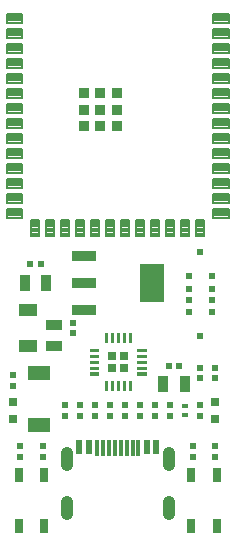
<source format=gtp>
G75*
%MOIN*%
%OFA0B0*%
%FSLAX25Y25*%
%IPPOS*%
%LPD*%
%AMOC8*
5,1,8,0,0,1.08239X$1,22.5*
%
%ADD10R,0.02362X0.05118*%
%ADD11R,0.01181X0.05709*%
%ADD12C,0.04134*%
%ADD13R,0.02559X0.04724*%
%ADD14C,0.00246*%
%ADD15R,0.02953X0.02953*%
%ADD16R,0.08465X0.03740*%
%ADD17R,0.08465X0.12795*%
%ADD18R,0.02441X0.02441*%
%ADD19R,0.03543X0.05512*%
%ADD20R,0.07480X0.04724*%
%ADD21R,0.06299X0.03937*%
%ADD22R,0.05512X0.03543*%
%ADD23R,0.03150X0.03150*%
%ADD24R,0.01969X0.01575*%
%ADD25R,0.01969X0.02362*%
%ADD26C,0.00780*%
%ADD27R,0.03543X0.03543*%
D10*
X0041505Y0034066D03*
X0044654Y0034066D03*
X0063946Y0034066D03*
X0067095Y0034066D03*
D11*
X0061190Y0033770D03*
X0059221Y0033770D03*
X0057253Y0033770D03*
X0055284Y0033770D03*
X0053316Y0033770D03*
X0051347Y0033770D03*
X0049379Y0033770D03*
X0047410Y0033770D03*
D12*
X0037292Y0032240D02*
X0037292Y0028106D01*
X0037292Y0015778D02*
X0037292Y0011644D01*
X0071308Y0011644D02*
X0071308Y0015778D01*
X0071308Y0028106D02*
X0071308Y0032240D01*
D13*
X0021318Y0007835D03*
X0029782Y0007835D03*
X0029782Y0024765D03*
X0021318Y0024765D03*
X0078818Y0024765D03*
X0087282Y0024765D03*
X0087282Y0007835D03*
X0078818Y0007835D03*
D14*
X0058606Y0053126D02*
X0058606Y0056030D01*
X0058606Y0053126D02*
X0057868Y0053126D01*
X0057868Y0056030D01*
X0058606Y0056030D01*
X0058606Y0053371D02*
X0057868Y0053371D01*
X0057868Y0053616D02*
X0058606Y0053616D01*
X0058606Y0053861D02*
X0057868Y0053861D01*
X0057868Y0054106D02*
X0058606Y0054106D01*
X0058606Y0054351D02*
X0057868Y0054351D01*
X0057868Y0054596D02*
X0058606Y0054596D01*
X0058606Y0054841D02*
X0057868Y0054841D01*
X0057868Y0055086D02*
X0058606Y0055086D01*
X0058606Y0055331D02*
X0057868Y0055331D01*
X0057868Y0055576D02*
X0058606Y0055576D01*
X0058606Y0055821D02*
X0057868Y0055821D01*
X0056638Y0056030D02*
X0056638Y0053126D01*
X0055900Y0053126D01*
X0055900Y0056030D01*
X0056638Y0056030D01*
X0056638Y0053371D02*
X0055900Y0053371D01*
X0055900Y0053616D02*
X0056638Y0053616D01*
X0056638Y0053861D02*
X0055900Y0053861D01*
X0055900Y0054106D02*
X0056638Y0054106D01*
X0056638Y0054351D02*
X0055900Y0054351D01*
X0055900Y0054596D02*
X0056638Y0054596D01*
X0056638Y0054841D02*
X0055900Y0054841D01*
X0055900Y0055086D02*
X0056638Y0055086D01*
X0056638Y0055331D02*
X0055900Y0055331D01*
X0055900Y0055576D02*
X0056638Y0055576D01*
X0056638Y0055821D02*
X0055900Y0055821D01*
X0054669Y0056030D02*
X0054669Y0053126D01*
X0053931Y0053126D01*
X0053931Y0056030D01*
X0054669Y0056030D01*
X0054669Y0053371D02*
X0053931Y0053371D01*
X0053931Y0053616D02*
X0054669Y0053616D01*
X0054669Y0053861D02*
X0053931Y0053861D01*
X0053931Y0054106D02*
X0054669Y0054106D01*
X0054669Y0054351D02*
X0053931Y0054351D01*
X0053931Y0054596D02*
X0054669Y0054596D01*
X0054669Y0054841D02*
X0053931Y0054841D01*
X0053931Y0055086D02*
X0054669Y0055086D01*
X0054669Y0055331D02*
X0053931Y0055331D01*
X0053931Y0055576D02*
X0054669Y0055576D01*
X0054669Y0055821D02*
X0053931Y0055821D01*
X0052700Y0056030D02*
X0052700Y0053126D01*
X0051962Y0053126D01*
X0051962Y0056030D01*
X0052700Y0056030D01*
X0052700Y0053371D02*
X0051962Y0053371D01*
X0051962Y0053616D02*
X0052700Y0053616D01*
X0052700Y0053861D02*
X0051962Y0053861D01*
X0051962Y0054106D02*
X0052700Y0054106D01*
X0052700Y0054351D02*
X0051962Y0054351D01*
X0051962Y0054596D02*
X0052700Y0054596D01*
X0052700Y0054841D02*
X0051962Y0054841D01*
X0051962Y0055086D02*
X0052700Y0055086D01*
X0052700Y0055331D02*
X0051962Y0055331D01*
X0051962Y0055576D02*
X0052700Y0055576D01*
X0052700Y0055821D02*
X0051962Y0055821D01*
X0050732Y0056030D02*
X0050732Y0053126D01*
X0049994Y0053126D01*
X0049994Y0056030D01*
X0050732Y0056030D01*
X0050732Y0053371D02*
X0049994Y0053371D01*
X0049994Y0053616D02*
X0050732Y0053616D01*
X0050732Y0053861D02*
X0049994Y0053861D01*
X0049994Y0054106D02*
X0050732Y0054106D01*
X0050732Y0054351D02*
X0049994Y0054351D01*
X0049994Y0054596D02*
X0050732Y0054596D01*
X0050732Y0054841D02*
X0049994Y0054841D01*
X0049994Y0055086D02*
X0050732Y0055086D01*
X0050732Y0055331D02*
X0049994Y0055331D01*
X0049994Y0055576D02*
X0050732Y0055576D01*
X0050732Y0055821D02*
X0049994Y0055821D01*
X0047780Y0058244D02*
X0044876Y0058244D01*
X0044876Y0058982D01*
X0047780Y0058982D01*
X0047780Y0058244D01*
X0047780Y0058489D02*
X0044876Y0058489D01*
X0044876Y0058734D02*
X0047780Y0058734D01*
X0047780Y0058979D02*
X0044876Y0058979D01*
X0044876Y0060212D02*
X0047780Y0060212D01*
X0044876Y0060212D02*
X0044876Y0060950D01*
X0047780Y0060950D01*
X0047780Y0060212D01*
X0047780Y0060457D02*
X0044876Y0060457D01*
X0044876Y0060702D02*
X0047780Y0060702D01*
X0047780Y0060947D02*
X0044876Y0060947D01*
X0044876Y0062181D02*
X0047780Y0062181D01*
X0044876Y0062181D02*
X0044876Y0062919D01*
X0047780Y0062919D01*
X0047780Y0062181D01*
X0047780Y0062426D02*
X0044876Y0062426D01*
X0044876Y0062671D02*
X0047780Y0062671D01*
X0047780Y0062916D02*
X0044876Y0062916D01*
X0044876Y0064150D02*
X0047780Y0064150D01*
X0044876Y0064150D02*
X0044876Y0064888D01*
X0047780Y0064888D01*
X0047780Y0064150D01*
X0047780Y0064395D02*
X0044876Y0064395D01*
X0044876Y0064640D02*
X0047780Y0064640D01*
X0047780Y0064885D02*
X0044876Y0064885D01*
X0044876Y0066118D02*
X0047780Y0066118D01*
X0044876Y0066118D02*
X0044876Y0066856D01*
X0047780Y0066856D01*
X0047780Y0066118D01*
X0047780Y0066363D02*
X0044876Y0066363D01*
X0044876Y0066608D02*
X0047780Y0066608D01*
X0047780Y0066853D02*
X0044876Y0066853D01*
X0050732Y0069070D02*
X0050732Y0071974D01*
X0050732Y0069070D02*
X0049994Y0069070D01*
X0049994Y0071974D01*
X0050732Y0071974D01*
X0050732Y0069315D02*
X0049994Y0069315D01*
X0049994Y0069560D02*
X0050732Y0069560D01*
X0050732Y0069805D02*
X0049994Y0069805D01*
X0049994Y0070050D02*
X0050732Y0070050D01*
X0050732Y0070295D02*
X0049994Y0070295D01*
X0049994Y0070540D02*
X0050732Y0070540D01*
X0050732Y0070785D02*
X0049994Y0070785D01*
X0049994Y0071030D02*
X0050732Y0071030D01*
X0050732Y0071275D02*
X0049994Y0071275D01*
X0049994Y0071520D02*
X0050732Y0071520D01*
X0050732Y0071765D02*
X0049994Y0071765D01*
X0052700Y0071974D02*
X0052700Y0069070D01*
X0051962Y0069070D01*
X0051962Y0071974D01*
X0052700Y0071974D01*
X0052700Y0069315D02*
X0051962Y0069315D01*
X0051962Y0069560D02*
X0052700Y0069560D01*
X0052700Y0069805D02*
X0051962Y0069805D01*
X0051962Y0070050D02*
X0052700Y0070050D01*
X0052700Y0070295D02*
X0051962Y0070295D01*
X0051962Y0070540D02*
X0052700Y0070540D01*
X0052700Y0070785D02*
X0051962Y0070785D01*
X0051962Y0071030D02*
X0052700Y0071030D01*
X0052700Y0071275D02*
X0051962Y0071275D01*
X0051962Y0071520D02*
X0052700Y0071520D01*
X0052700Y0071765D02*
X0051962Y0071765D01*
X0054669Y0071974D02*
X0054669Y0069070D01*
X0053931Y0069070D01*
X0053931Y0071974D01*
X0054669Y0071974D01*
X0054669Y0069315D02*
X0053931Y0069315D01*
X0053931Y0069560D02*
X0054669Y0069560D01*
X0054669Y0069805D02*
X0053931Y0069805D01*
X0053931Y0070050D02*
X0054669Y0070050D01*
X0054669Y0070295D02*
X0053931Y0070295D01*
X0053931Y0070540D02*
X0054669Y0070540D01*
X0054669Y0070785D02*
X0053931Y0070785D01*
X0053931Y0071030D02*
X0054669Y0071030D01*
X0054669Y0071275D02*
X0053931Y0071275D01*
X0053931Y0071520D02*
X0054669Y0071520D01*
X0054669Y0071765D02*
X0053931Y0071765D01*
X0056638Y0071974D02*
X0056638Y0069070D01*
X0055900Y0069070D01*
X0055900Y0071974D01*
X0056638Y0071974D01*
X0056638Y0069315D02*
X0055900Y0069315D01*
X0055900Y0069560D02*
X0056638Y0069560D01*
X0056638Y0069805D02*
X0055900Y0069805D01*
X0055900Y0070050D02*
X0056638Y0070050D01*
X0056638Y0070295D02*
X0055900Y0070295D01*
X0055900Y0070540D02*
X0056638Y0070540D01*
X0056638Y0070785D02*
X0055900Y0070785D01*
X0055900Y0071030D02*
X0056638Y0071030D01*
X0056638Y0071275D02*
X0055900Y0071275D01*
X0055900Y0071520D02*
X0056638Y0071520D01*
X0056638Y0071765D02*
X0055900Y0071765D01*
X0058606Y0071974D02*
X0058606Y0069070D01*
X0057868Y0069070D01*
X0057868Y0071974D01*
X0058606Y0071974D01*
X0058606Y0069315D02*
X0057868Y0069315D01*
X0057868Y0069560D02*
X0058606Y0069560D01*
X0058606Y0069805D02*
X0057868Y0069805D01*
X0057868Y0070050D02*
X0058606Y0070050D01*
X0058606Y0070295D02*
X0057868Y0070295D01*
X0057868Y0070540D02*
X0058606Y0070540D01*
X0058606Y0070785D02*
X0057868Y0070785D01*
X0057868Y0071030D02*
X0058606Y0071030D01*
X0058606Y0071275D02*
X0057868Y0071275D01*
X0057868Y0071520D02*
X0058606Y0071520D01*
X0058606Y0071765D02*
X0057868Y0071765D01*
X0060820Y0066118D02*
X0063724Y0066118D01*
X0060820Y0066118D02*
X0060820Y0066856D01*
X0063724Y0066856D01*
X0063724Y0066118D01*
X0063724Y0066363D02*
X0060820Y0066363D01*
X0060820Y0066608D02*
X0063724Y0066608D01*
X0063724Y0066853D02*
X0060820Y0066853D01*
X0060820Y0064150D02*
X0063724Y0064150D01*
X0060820Y0064150D02*
X0060820Y0064888D01*
X0063724Y0064888D01*
X0063724Y0064150D01*
X0063724Y0064395D02*
X0060820Y0064395D01*
X0060820Y0064640D02*
X0063724Y0064640D01*
X0063724Y0064885D02*
X0060820Y0064885D01*
X0060820Y0062181D02*
X0063724Y0062181D01*
X0060820Y0062181D02*
X0060820Y0062919D01*
X0063724Y0062919D01*
X0063724Y0062181D01*
X0063724Y0062426D02*
X0060820Y0062426D01*
X0060820Y0062671D02*
X0063724Y0062671D01*
X0063724Y0062916D02*
X0060820Y0062916D01*
X0060820Y0060212D02*
X0063724Y0060212D01*
X0060820Y0060212D02*
X0060820Y0060950D01*
X0063724Y0060950D01*
X0063724Y0060212D01*
X0063724Y0060457D02*
X0060820Y0060457D01*
X0060820Y0060702D02*
X0063724Y0060702D01*
X0063724Y0060947D02*
X0060820Y0060947D01*
X0060820Y0058244D02*
X0063724Y0058244D01*
X0060820Y0058244D02*
X0060820Y0058982D01*
X0063724Y0058982D01*
X0063724Y0058244D01*
X0063724Y0058489D02*
X0060820Y0058489D01*
X0060820Y0058734D02*
X0063724Y0058734D01*
X0063724Y0058979D02*
X0060820Y0058979D01*
D15*
X0056269Y0060581D03*
X0056269Y0064519D03*
X0052331Y0064519D03*
X0052331Y0060581D03*
D16*
X0042883Y0079745D03*
X0042883Y0088800D03*
X0042883Y0097855D03*
D17*
X0065717Y0088800D03*
D18*
X0078050Y0086822D03*
X0078050Y0083278D03*
X0085550Y0083278D03*
X0085550Y0086822D03*
X0074822Y0061300D03*
X0071278Y0061300D03*
X0071800Y0048072D03*
X0071800Y0044528D03*
X0066800Y0044528D03*
X0066800Y0048072D03*
X0061800Y0048072D03*
X0061800Y0044528D03*
X0056800Y0044528D03*
X0056800Y0048072D03*
X0051800Y0048072D03*
X0051800Y0044528D03*
X0046800Y0044528D03*
X0046800Y0048072D03*
X0041800Y0048072D03*
X0041800Y0044528D03*
X0036800Y0044528D03*
X0036800Y0048072D03*
X0029300Y0034322D03*
X0029300Y0030778D03*
X0021800Y0030778D03*
X0021800Y0034322D03*
X0019300Y0054528D03*
X0019300Y0058072D03*
X0025028Y0095050D03*
X0028572Y0095050D03*
X0039300Y0075572D03*
X0039300Y0072028D03*
X0079300Y0034322D03*
X0079300Y0030778D03*
X0086800Y0030778D03*
X0086800Y0034322D03*
X0081800Y0044528D03*
X0081800Y0048072D03*
X0081800Y0057028D03*
X0081800Y0060572D03*
X0086800Y0060572D03*
X0086800Y0057028D03*
D19*
X0076593Y0055050D03*
X0069507Y0055050D03*
X0030343Y0088800D03*
X0023257Y0088800D03*
D20*
X0028050Y0058711D03*
X0028050Y0041389D03*
D21*
X0024300Y0067894D03*
X0024300Y0079706D03*
D22*
X0033050Y0074843D03*
X0033050Y0067757D03*
D23*
X0019300Y0049253D03*
X0019300Y0043347D03*
X0086800Y0043347D03*
X0086800Y0049253D03*
D24*
X0076800Y0047875D03*
X0076800Y0044725D03*
D25*
X0081800Y0071113D03*
X0078060Y0078987D03*
X0078060Y0091113D03*
X0081800Y0098987D03*
X0085540Y0091113D03*
X0085540Y0078987D03*
D26*
X0083181Y0104524D02*
X0083181Y0109650D01*
X0083181Y0104524D02*
X0080419Y0104524D01*
X0080419Y0109650D01*
X0083181Y0109650D01*
X0083181Y0105303D02*
X0080419Y0105303D01*
X0080419Y0106082D02*
X0083181Y0106082D01*
X0083181Y0106861D02*
X0080419Y0106861D01*
X0080419Y0107640D02*
X0083181Y0107640D01*
X0083181Y0108419D02*
X0080419Y0108419D01*
X0080419Y0109198D02*
X0083181Y0109198D01*
X0086186Y0113390D02*
X0091312Y0113390D01*
X0091312Y0110628D01*
X0086186Y0110628D01*
X0086186Y0113390D01*
X0086186Y0111407D02*
X0091312Y0111407D01*
X0091312Y0112186D02*
X0086186Y0112186D01*
X0086186Y0112965D02*
X0091312Y0112965D01*
X0091312Y0118390D02*
X0086186Y0118390D01*
X0091312Y0118390D02*
X0091312Y0115628D01*
X0086186Y0115628D01*
X0086186Y0118390D01*
X0086186Y0116407D02*
X0091312Y0116407D01*
X0091312Y0117186D02*
X0086186Y0117186D01*
X0086186Y0117965D02*
X0091312Y0117965D01*
X0091312Y0123390D02*
X0086186Y0123390D01*
X0091312Y0123390D02*
X0091312Y0120628D01*
X0086186Y0120628D01*
X0086186Y0123390D01*
X0086186Y0121407D02*
X0091312Y0121407D01*
X0091312Y0122186D02*
X0086186Y0122186D01*
X0086186Y0122965D02*
X0091312Y0122965D01*
X0091312Y0128390D02*
X0086186Y0128390D01*
X0091312Y0128390D02*
X0091312Y0125628D01*
X0086186Y0125628D01*
X0086186Y0128390D01*
X0086186Y0126407D02*
X0091312Y0126407D01*
X0091312Y0127186D02*
X0086186Y0127186D01*
X0086186Y0127965D02*
X0091312Y0127965D01*
X0091312Y0133390D02*
X0086186Y0133390D01*
X0091312Y0133390D02*
X0091312Y0130628D01*
X0086186Y0130628D01*
X0086186Y0133390D01*
X0086186Y0131407D02*
X0091312Y0131407D01*
X0091312Y0132186D02*
X0086186Y0132186D01*
X0086186Y0132965D02*
X0091312Y0132965D01*
X0091312Y0138390D02*
X0086186Y0138390D01*
X0091312Y0138390D02*
X0091312Y0135628D01*
X0086186Y0135628D01*
X0086186Y0138390D01*
X0086186Y0136407D02*
X0091312Y0136407D01*
X0091312Y0137186D02*
X0086186Y0137186D01*
X0086186Y0137965D02*
X0091312Y0137965D01*
X0091312Y0143390D02*
X0086186Y0143390D01*
X0091312Y0143390D02*
X0091312Y0140628D01*
X0086186Y0140628D01*
X0086186Y0143390D01*
X0086186Y0141407D02*
X0091312Y0141407D01*
X0091312Y0142186D02*
X0086186Y0142186D01*
X0086186Y0142965D02*
X0091312Y0142965D01*
X0091312Y0148390D02*
X0086186Y0148390D01*
X0091312Y0148390D02*
X0091312Y0145628D01*
X0086186Y0145628D01*
X0086186Y0148390D01*
X0086186Y0146407D02*
X0091312Y0146407D01*
X0091312Y0147186D02*
X0086186Y0147186D01*
X0086186Y0147965D02*
X0091312Y0147965D01*
X0091312Y0153390D02*
X0086186Y0153390D01*
X0091312Y0153390D02*
X0091312Y0150628D01*
X0086186Y0150628D01*
X0086186Y0153390D01*
X0086186Y0151407D02*
X0091312Y0151407D01*
X0091312Y0152186D02*
X0086186Y0152186D01*
X0086186Y0152965D02*
X0091312Y0152965D01*
X0091312Y0158390D02*
X0086186Y0158390D01*
X0091312Y0158390D02*
X0091312Y0155628D01*
X0086186Y0155628D01*
X0086186Y0158390D01*
X0086186Y0156407D02*
X0091312Y0156407D01*
X0091312Y0157186D02*
X0086186Y0157186D01*
X0086186Y0157965D02*
X0091312Y0157965D01*
X0091312Y0163390D02*
X0086186Y0163390D01*
X0091312Y0163390D02*
X0091312Y0160628D01*
X0086186Y0160628D01*
X0086186Y0163390D01*
X0086186Y0161407D02*
X0091312Y0161407D01*
X0091312Y0162186D02*
X0086186Y0162186D01*
X0086186Y0162965D02*
X0091312Y0162965D01*
X0091312Y0168390D02*
X0086186Y0168390D01*
X0091312Y0168390D02*
X0091312Y0165628D01*
X0086186Y0165628D01*
X0086186Y0168390D01*
X0086186Y0166407D02*
X0091312Y0166407D01*
X0091312Y0167186D02*
X0086186Y0167186D01*
X0086186Y0167965D02*
X0091312Y0167965D01*
X0091312Y0173390D02*
X0086186Y0173390D01*
X0091312Y0173390D02*
X0091312Y0170628D01*
X0086186Y0170628D01*
X0086186Y0173390D01*
X0086186Y0171407D02*
X0091312Y0171407D01*
X0091312Y0172186D02*
X0086186Y0172186D01*
X0086186Y0172965D02*
X0091312Y0172965D01*
X0091312Y0178390D02*
X0086186Y0178390D01*
X0091312Y0178390D02*
X0091312Y0175628D01*
X0086186Y0175628D01*
X0086186Y0178390D01*
X0086186Y0176407D02*
X0091312Y0176407D01*
X0091312Y0177186D02*
X0086186Y0177186D01*
X0086186Y0177965D02*
X0091312Y0177965D01*
X0078181Y0109650D02*
X0078181Y0104524D01*
X0075419Y0104524D01*
X0075419Y0109650D01*
X0078181Y0109650D01*
X0078181Y0105303D02*
X0075419Y0105303D01*
X0075419Y0106082D02*
X0078181Y0106082D01*
X0078181Y0106861D02*
X0075419Y0106861D01*
X0075419Y0107640D02*
X0078181Y0107640D01*
X0078181Y0108419D02*
X0075419Y0108419D01*
X0075419Y0109198D02*
X0078181Y0109198D01*
X0073181Y0109650D02*
X0073181Y0104524D01*
X0070419Y0104524D01*
X0070419Y0109650D01*
X0073181Y0109650D01*
X0073181Y0105303D02*
X0070419Y0105303D01*
X0070419Y0106082D02*
X0073181Y0106082D01*
X0073181Y0106861D02*
X0070419Y0106861D01*
X0070419Y0107640D02*
X0073181Y0107640D01*
X0073181Y0108419D02*
X0070419Y0108419D01*
X0070419Y0109198D02*
X0073181Y0109198D01*
X0068181Y0109650D02*
X0068181Y0104524D01*
X0065419Y0104524D01*
X0065419Y0109650D01*
X0068181Y0109650D01*
X0068181Y0105303D02*
X0065419Y0105303D01*
X0065419Y0106082D02*
X0068181Y0106082D01*
X0068181Y0106861D02*
X0065419Y0106861D01*
X0065419Y0107640D02*
X0068181Y0107640D01*
X0068181Y0108419D02*
X0065419Y0108419D01*
X0065419Y0109198D02*
X0068181Y0109198D01*
X0063181Y0109650D02*
X0063181Y0104524D01*
X0060419Y0104524D01*
X0060419Y0109650D01*
X0063181Y0109650D01*
X0063181Y0105303D02*
X0060419Y0105303D01*
X0060419Y0106082D02*
X0063181Y0106082D01*
X0063181Y0106861D02*
X0060419Y0106861D01*
X0060419Y0107640D02*
X0063181Y0107640D01*
X0063181Y0108419D02*
X0060419Y0108419D01*
X0060419Y0109198D02*
X0063181Y0109198D01*
X0058181Y0109650D02*
X0058181Y0104524D01*
X0055419Y0104524D01*
X0055419Y0109650D01*
X0058181Y0109650D01*
X0058181Y0105303D02*
X0055419Y0105303D01*
X0055419Y0106082D02*
X0058181Y0106082D01*
X0058181Y0106861D02*
X0055419Y0106861D01*
X0055419Y0107640D02*
X0058181Y0107640D01*
X0058181Y0108419D02*
X0055419Y0108419D01*
X0055419Y0109198D02*
X0058181Y0109198D01*
X0053181Y0109650D02*
X0053181Y0104524D01*
X0050419Y0104524D01*
X0050419Y0109650D01*
X0053181Y0109650D01*
X0053181Y0105303D02*
X0050419Y0105303D01*
X0050419Y0106082D02*
X0053181Y0106082D01*
X0053181Y0106861D02*
X0050419Y0106861D01*
X0050419Y0107640D02*
X0053181Y0107640D01*
X0053181Y0108419D02*
X0050419Y0108419D01*
X0050419Y0109198D02*
X0053181Y0109198D01*
X0048181Y0109650D02*
X0048181Y0104524D01*
X0045419Y0104524D01*
X0045419Y0109650D01*
X0048181Y0109650D01*
X0048181Y0105303D02*
X0045419Y0105303D01*
X0045419Y0106082D02*
X0048181Y0106082D01*
X0048181Y0106861D02*
X0045419Y0106861D01*
X0045419Y0107640D02*
X0048181Y0107640D01*
X0048181Y0108419D02*
X0045419Y0108419D01*
X0045419Y0109198D02*
X0048181Y0109198D01*
X0043181Y0109650D02*
X0043181Y0104524D01*
X0040419Y0104524D01*
X0040419Y0109650D01*
X0043181Y0109650D01*
X0043181Y0105303D02*
X0040419Y0105303D01*
X0040419Y0106082D02*
X0043181Y0106082D01*
X0043181Y0106861D02*
X0040419Y0106861D01*
X0040419Y0107640D02*
X0043181Y0107640D01*
X0043181Y0108419D02*
X0040419Y0108419D01*
X0040419Y0109198D02*
X0043181Y0109198D01*
X0038181Y0109650D02*
X0038181Y0104524D01*
X0035419Y0104524D01*
X0035419Y0109650D01*
X0038181Y0109650D01*
X0038181Y0105303D02*
X0035419Y0105303D01*
X0035419Y0106082D02*
X0038181Y0106082D01*
X0038181Y0106861D02*
X0035419Y0106861D01*
X0035419Y0107640D02*
X0038181Y0107640D01*
X0038181Y0108419D02*
X0035419Y0108419D01*
X0035419Y0109198D02*
X0038181Y0109198D01*
X0033181Y0109650D02*
X0033181Y0104524D01*
X0030419Y0104524D01*
X0030419Y0109650D01*
X0033181Y0109650D01*
X0033181Y0105303D02*
X0030419Y0105303D01*
X0030419Y0106082D02*
X0033181Y0106082D01*
X0033181Y0106861D02*
X0030419Y0106861D01*
X0030419Y0107640D02*
X0033181Y0107640D01*
X0033181Y0108419D02*
X0030419Y0108419D01*
X0030419Y0109198D02*
X0033181Y0109198D01*
X0028181Y0109650D02*
X0028181Y0104524D01*
X0025419Y0104524D01*
X0025419Y0109650D01*
X0028181Y0109650D01*
X0028181Y0105303D02*
X0025419Y0105303D01*
X0025419Y0106082D02*
X0028181Y0106082D01*
X0028181Y0106861D02*
X0025419Y0106861D01*
X0025419Y0107640D02*
X0028181Y0107640D01*
X0028181Y0108419D02*
X0025419Y0108419D01*
X0025419Y0109198D02*
X0028181Y0109198D01*
X0022414Y0110628D02*
X0017288Y0110628D01*
X0017288Y0113390D01*
X0022414Y0113390D01*
X0022414Y0110628D01*
X0022414Y0111407D02*
X0017288Y0111407D01*
X0017288Y0112186D02*
X0022414Y0112186D01*
X0022414Y0112965D02*
X0017288Y0112965D01*
X0017288Y0115628D02*
X0022414Y0115628D01*
X0017288Y0115628D02*
X0017288Y0118390D01*
X0022414Y0118390D01*
X0022414Y0115628D01*
X0022414Y0116407D02*
X0017288Y0116407D01*
X0017288Y0117186D02*
X0022414Y0117186D01*
X0022414Y0117965D02*
X0017288Y0117965D01*
X0017288Y0120628D02*
X0022414Y0120628D01*
X0017288Y0120628D02*
X0017288Y0123390D01*
X0022414Y0123390D01*
X0022414Y0120628D01*
X0022414Y0121407D02*
X0017288Y0121407D01*
X0017288Y0122186D02*
X0022414Y0122186D01*
X0022414Y0122965D02*
X0017288Y0122965D01*
X0017288Y0125628D02*
X0022414Y0125628D01*
X0017288Y0125628D02*
X0017288Y0128390D01*
X0022414Y0128390D01*
X0022414Y0125628D01*
X0022414Y0126407D02*
X0017288Y0126407D01*
X0017288Y0127186D02*
X0022414Y0127186D01*
X0022414Y0127965D02*
X0017288Y0127965D01*
X0017288Y0130628D02*
X0022414Y0130628D01*
X0017288Y0130628D02*
X0017288Y0133390D01*
X0022414Y0133390D01*
X0022414Y0130628D01*
X0022414Y0131407D02*
X0017288Y0131407D01*
X0017288Y0132186D02*
X0022414Y0132186D01*
X0022414Y0132965D02*
X0017288Y0132965D01*
X0017288Y0135628D02*
X0022414Y0135628D01*
X0017288Y0135628D02*
X0017288Y0138390D01*
X0022414Y0138390D01*
X0022414Y0135628D01*
X0022414Y0136407D02*
X0017288Y0136407D01*
X0017288Y0137186D02*
X0022414Y0137186D01*
X0022414Y0137965D02*
X0017288Y0137965D01*
X0017288Y0140628D02*
X0022414Y0140628D01*
X0017288Y0140628D02*
X0017288Y0143390D01*
X0022414Y0143390D01*
X0022414Y0140628D01*
X0022414Y0141407D02*
X0017288Y0141407D01*
X0017288Y0142186D02*
X0022414Y0142186D01*
X0022414Y0142965D02*
X0017288Y0142965D01*
X0017288Y0145628D02*
X0022414Y0145628D01*
X0017288Y0145628D02*
X0017288Y0148390D01*
X0022414Y0148390D01*
X0022414Y0145628D01*
X0022414Y0146407D02*
X0017288Y0146407D01*
X0017288Y0147186D02*
X0022414Y0147186D01*
X0022414Y0147965D02*
X0017288Y0147965D01*
X0017288Y0150628D02*
X0022414Y0150628D01*
X0017288Y0150628D02*
X0017288Y0153390D01*
X0022414Y0153390D01*
X0022414Y0150628D01*
X0022414Y0151407D02*
X0017288Y0151407D01*
X0017288Y0152186D02*
X0022414Y0152186D01*
X0022414Y0152965D02*
X0017288Y0152965D01*
X0017288Y0155628D02*
X0022414Y0155628D01*
X0017288Y0155628D02*
X0017288Y0158390D01*
X0022414Y0158390D01*
X0022414Y0155628D01*
X0022414Y0156407D02*
X0017288Y0156407D01*
X0017288Y0157186D02*
X0022414Y0157186D01*
X0022414Y0157965D02*
X0017288Y0157965D01*
X0017288Y0160628D02*
X0022414Y0160628D01*
X0017288Y0160628D02*
X0017288Y0163390D01*
X0022414Y0163390D01*
X0022414Y0160628D01*
X0022414Y0161407D02*
X0017288Y0161407D01*
X0017288Y0162186D02*
X0022414Y0162186D01*
X0022414Y0162965D02*
X0017288Y0162965D01*
X0017288Y0165628D02*
X0022414Y0165628D01*
X0017288Y0165628D02*
X0017288Y0168390D01*
X0022414Y0168390D01*
X0022414Y0165628D01*
X0022414Y0166407D02*
X0017288Y0166407D01*
X0017288Y0167186D02*
X0022414Y0167186D01*
X0022414Y0167965D02*
X0017288Y0167965D01*
X0017288Y0170628D02*
X0022414Y0170628D01*
X0017288Y0170628D02*
X0017288Y0173390D01*
X0022414Y0173390D01*
X0022414Y0170628D01*
X0022414Y0171407D02*
X0017288Y0171407D01*
X0017288Y0172186D02*
X0022414Y0172186D01*
X0022414Y0172965D02*
X0017288Y0172965D01*
X0017288Y0175628D02*
X0022414Y0175628D01*
X0017288Y0175628D02*
X0017288Y0178390D01*
X0022414Y0178390D01*
X0022414Y0175628D01*
X0022414Y0176407D02*
X0017288Y0176407D01*
X0017288Y0177186D02*
X0022414Y0177186D01*
X0022414Y0177965D02*
X0017288Y0177965D01*
D27*
X0042883Y0152127D03*
X0042883Y0146615D03*
X0042883Y0141103D03*
X0048394Y0141103D03*
X0048394Y0146615D03*
X0048394Y0152127D03*
X0053906Y0152127D03*
X0053906Y0146615D03*
X0053906Y0141103D03*
M02*

</source>
